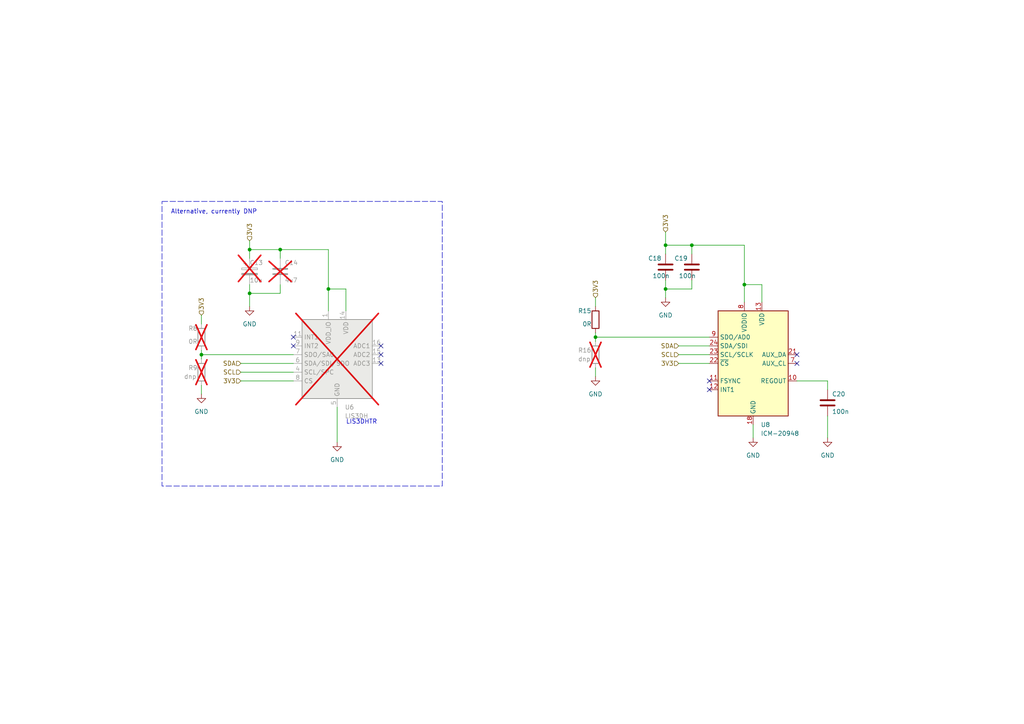
<source format=kicad_sch>
(kicad_sch (version 20231120) (generator "eeschema") (generator_version "8.0")
  (paper "A4")
  (lib_symbols
    (symbol "Device:C" (pin_numbers hide) (pin_names (offset 0.254))
      (property "Reference" "C" (at 0.635 2.54 0))
      (property "Value" "C" (at 0.635 -2.54 0))
      (symbol "C_0_1"
        (polyline (pts (xy -2.032 -0.762) (xy 2.032 -0.762)) (stroke (width 0.508)))
        (polyline (pts (xy -2.032 0.762) (xy 2.032 0.762)) (stroke (width 0.508)))
      )
      (symbol "C_1_1"
        (pin passive line (at 0 3.81 270) (length 2.794) (name "~") (number "1"))
        (pin passive line (at 0 -3.81 90) (length 2.794) (name "~") (number "2"))
      )
    )
    (symbol "Device:C_Polarized" (pin_numbers hide) (pin_names (offset 0.254))
      (property "Reference" "C" (at 0.635 2.54 0))
      (property "Value" "C_Polarized" (at 0.635 -2.54 0))
      (symbol "C_Polarized_0_1"
        (rectangle (start -2.286 0.508) (end 2.286 1.016))
        (polyline (pts (xy -1.778 2.286) (xy -0.762 2.286)))
        (polyline (pts (xy -1.27 2.794) (xy -1.27 1.778)))
        (rectangle (start 2.286 -0.508) (end -2.286 -1.016) (fill (type outline)))
      )
      (symbol "C_Polarized_1_1"
        (pin passive line (at 0 3.81 270) (length 2.794) (name "~") (number "1"))
        (pin passive line (at 0 -3.81 90) (length 2.794) (name "~") (number "2"))
      )
    )
    (symbol "Device:R" (pin_numbers hide) (pin_names (offset 0))
      (property "Reference" "R" (at 2.032 0 90))
      (property "Value" "R" (at 0 0 90))
      (symbol "R_0_1"
        (rectangle (start -1.016 -2.54) (end 1.016 2.54) (stroke (width 0.254)))
      )
      (symbol "R_1_1"
        (pin passive line (at 0 3.81 270) (length 1.27) (name "~") (number "1"))
        (pin passive line (at 0 -3.81 90) (length 1.27) (name "~") (number "2"))
      )
    )
    (symbol "Sensor_Motion:ICM-20948"
      (property "Reference" "U" (at -11.43 16.51 0))
      (property "Value" "ICM-20948" (at 7.62 -16.51 0))
      (symbol "ICM-20948_0_1"
        (rectangle (start -10.16 15.24) (end 10.16 -15.24) (stroke (width 0.254)) (fill (type background)))
      )
      (symbol "ICM-20948_1_1"
        (pin no_connect line (at -10.16 12.7 0) (length 2.54) hide (name "NC") (number "1"))
        (pin passive line (at 12.7 -5.08 180) (length 2.54) (name "REGOUT") (number "10"))
        (pin input line (at -12.7 -5.08 0) (length 2.54) (name "FSYNC") (number "11"))
        (pin output line (at -12.7 -7.62 0) (length 2.54) (name "INT1") (number "12"))
        (pin power_in line (at 2.54 17.78 270) (length 2.54) (name "VDD") (number "13"))
        (pin no_connect line (at 10.16 7.62 180) (length 2.54) hide (name "NC") (number "14"))
        (pin no_connect line (at 10.16 5.08 180) (length 2.54) hide (name "NC") (number "15"))
        (pin no_connect line (at 10.16 -7.62 180) (length 2.54) hide (name "NC") (number "16"))
        (pin no_connect line (at 10.16 -10.16 180) (length 2.54) hide (name "NC") (number "17"))
        (pin power_in line (at 0 -17.78 90) (length 2.54) (name "GND") (number "18"))
        (pin no_connect line (at 10.16 -12.7 180) (length 2.54) hide (name "RESV") (number "19"))
        (pin no_connect line (at -10.16 10.16 0) (length 2.54) hide (name "NC") (number "2"))
        (pin passive line (at 0 -17.78 90) (length 2.54) hide (name "GND") (number "20"))
        (pin bidirectional line (at 12.7 2.54 180) (length 2.54) (name "AUX_DA") (number "21"))
        (pin input line (at -12.7 0 0) (length 2.54) (name "~{CS}") (number "22"))
        (pin input line (at -12.7 2.54 0) (length 2.54) (name "SCL/SCLK") (number "23"))
        (pin bidirectional line (at -12.7 5.08 0) (length 2.54) (name "SDA/SDI") (number "24"))
        (pin no_connect line (at -10.16 -2.54 0) (length 2.54) hide (name "NC") (number "3"))
        (pin no_connect line (at -10.16 -10.16 0) (length 2.54) hide (name "NC") (number "4"))
        (pin no_connect line (at -10.16 -12.7 0) (length 2.54) hide (name "NC") (number "5"))
        (pin no_connect line (at 10.16 10.16 180) (length 2.54) hide (name "NC") (number "6"))
        (pin output line (at 12.7 0 180) (length 2.54) (name "AUX_CL") (number "7"))
        (pin power_in line (at -2.54 17.78 270) (length 2.54) (name "VDDIO") (number "8"))
        (pin bidirectional line (at -12.7 7.62 0) (length 2.54) (name "SDO/AD0") (number "9"))
      )
    )
    (symbol "Sensor_Motion:LIS3DH"
      (property "Reference" "U" (at -7.62 11.43 0))
      (property "Value" "LIS3DH" (at 6.35 11.43 0))
      (symbol "LIS3DH_0_1"
        (rectangle (start -10.16 10.16) (end 10.16 -12.7) (stroke (width 0.254)) (fill (type background)))
      )
      (symbol "LIS3DH_1_1"
        (pin power_in line (at -2.54 12.7 270) (length 2.54) (name "VDD_IO") (number "1"))
        (pin passive line (at 0 -15.24 90) (length 2.54) hide (name "GND") (number "10"))
        (pin output line (at -12.7 5.08 0) (length 2.54) (name "INT1") (number "11"))
        (pin passive line (at 0 -15.24 90) (length 2.54) hide (name "GND") (number "12"))
        (pin input line (at 12.7 -2.54 180) (length 2.54) (name "ADC3") (number "13"))
        (pin power_in line (at 2.54 12.7 270) (length 2.54) (name "VDD") (number "14"))
        (pin input line (at 12.7 0 180) (length 2.54) (name "ADC2") (number "15"))
        (pin input line (at 12.7 2.54 180) (length 2.54) (name "ADC1") (number "16"))
        (pin no_connect line (at 10.16 5.08 180) (length 2.54) hide (name "NC") (number "2"))
        (pin no_connect line (at 10.16 7.62 180) (length 2.54) hide (name "NC") (number "3"))
        (pin input line (at -12.7 -5.08 0) (length 2.54) (name "SCL/SPC") (number "4"))
        (pin power_in line (at 0 -15.24 90) (length 2.54) (name "GND") (number "5"))
        (pin bidirectional line (at -12.7 -2.54 0) (length 2.54) (name "SDA/SDI/SDO") (number "6"))
        (pin bidirectional line (at -12.7 0 0) (length 2.54) (name "SDO/SA0") (number "7"))
        (pin input line (at -12.7 -7.62 0) (length 2.54) (name "CS") (number "8"))
        (pin output line (at -12.7 2.54 0) (length 2.54) (name "INT2") (number "9"))
      )
    )
    (symbol "power:GND" (power) (pin_names (offset 0))
      (property "Value" "GND" (at 0 -3.81 0))
      (symbol "GND_0_1"
        (polyline (pts (xy 0 0) (xy 0 -1.27) (xy 1.27 -1.27) (xy 0 -2.54) (xy -1.27 -1.27) (xy 0 -1.27)))
      )
      (symbol "GND_1_1"
        (pin power_in line (at 0 0 270) (length 0) hide (name "GND") (number "1"))
      )
    )
  )
  (junction (at 81.28 72.39))
  (junction (at 58.42 102.87))
  (junction (at 193.04 83.82))
  (junction (at 215.9 82.55))
  (junction (at 193.04 71.12))
  (junction (at 72.39 72.39))
  (junction (at 200.66 71.12))
  (junction (at 72.39 85.09))
  (junction (at 95.25 83.82))
  (junction (at 172.72 97.79))
  (no_connect (at 85.09 97.79))
  (no_connect (at 231.14 102.87))
  (no_connect (at 110.49 105.41))
  (no_connect (at 110.49 100.33))
  (no_connect (at 205.74 110.49))
  (no_connect (at 110.49 102.87))
  (no_connect (at 85.09 100.33))
  (no_connect (at 205.74 113.03))
  (no_connect (at 231.14 105.41))
  (wire (pts (xy 172.72 96.52) (xy 172.72 97.79)))
  (wire (pts (xy 172.72 86.36) (xy 172.72 88.9)))
  (wire (pts (xy 58.42 91.44) (xy 58.42 93.98)))
  (wire (pts (xy 69.85 107.95) (xy 85.09 107.95)))
  (wire (pts (xy 196.85 105.41) (xy 205.74 105.41)))
  (wire (pts (xy 196.85 102.87) (xy 205.74 102.87)))
  (wire (pts (xy 193.04 81.28) (xy 193.04 83.82)))
  (wire (pts (xy 95.25 72.39) (xy 95.25 83.82)))
  (wire (pts (xy 58.42 104.14) (xy 58.42 102.87)))
  (wire (pts (xy 95.25 83.82) (xy 95.25 90.17)))
  (wire (pts (xy 58.42 101.6) (xy 58.42 102.87)))
  (wire (pts (xy 215.9 82.55) (xy 215.9 71.12)))
  (wire (pts (xy 200.66 81.28) (xy 200.66 83.82)))
  (wire (pts (xy 81.28 82.55) (xy 81.28 85.09)))
  (wire (pts (xy 220.98 87.63) (xy 220.98 82.55)))
  (wire (pts (xy 240.03 113.03) (xy 240.03 110.49)))
  (wire (pts (xy 200.66 71.12) (xy 193.04 71.12)))
  (wire (pts (xy 218.44 123.19) (xy 218.44 127)))
  (wire (pts (xy 95.25 83.82) (xy 100.33 83.82)))
  (wire (pts (xy 200.66 83.82) (xy 193.04 83.82)))
  (wire (pts (xy 69.85 105.41) (xy 85.09 105.41)))
  (wire (pts (xy 95.25 72.39) (xy 81.28 72.39)))
  (wire (pts (xy 172.72 106.68) (xy 172.72 109.22)))
  (wire (pts (xy 72.39 72.39) (xy 72.39 74.93)))
  (wire (pts (xy 97.79 118.11) (xy 97.79 128.27)))
  (wire (pts (xy 193.04 67.31) (xy 193.04 71.12)))
  (wire (pts (xy 193.04 83.82) (xy 193.04 86.36)))
  (wire (pts (xy 69.85 110.49) (xy 85.09 110.49)))
  (wire (pts (xy 72.39 85.09) (xy 81.28 85.09)))
  (wire (pts (xy 193.04 71.12) (xy 193.04 73.66)))
  (wire (pts (xy 72.39 82.55) (xy 72.39 85.09)))
  (wire (pts (xy 58.42 111.76) (xy 58.42 114.3)))
  (wire (pts (xy 172.72 97.79) (xy 172.72 99.06)))
  (wire (pts (xy 220.98 82.55) (xy 215.9 82.55)))
  (wire (pts (xy 215.9 82.55) (xy 215.9 87.63)))
  (wire (pts (xy 58.42 102.87) (xy 85.09 102.87)))
  (wire (pts (xy 81.28 74.93) (xy 81.28 72.39)))
  (wire (pts (xy 240.03 120.65) (xy 240.03 127)))
  (wire (pts (xy 172.72 97.79) (xy 205.74 97.79)))
  (wire (pts (xy 72.39 85.09) (xy 72.39 88.9)))
  (wire (pts (xy 100.33 83.82) (xy 100.33 90.17)))
  (wire (pts (xy 200.66 73.66) (xy 200.66 71.12)))
  (wire (pts (xy 240.03 110.49) (xy 231.14 110.49)))
  (wire (pts (xy 72.39 72.39) (xy 81.28 72.39)))
  (wire (pts (xy 196.85 100.33) (xy 205.74 100.33)))
  (wire (pts (xy 72.39 69.85) (xy 72.39 72.39)))
  (wire (pts (xy 215.9 71.12) (xy 200.66 71.12)))
  (rectangle (start 46.99 58.42) (end 128.27 140.97) (stroke (width 0) (type dash)))
  (text "LIS3DHTR" (at 100.33 123.19 0) (effects (font (size 1.27 1.27)) (justify left bottom)))
  (text "Alternative, currently DNP" (at 49.53 62.23 0) (effects (font (size 1.27 1.27)) (justify left bottom)))
  (hierarchical_label "SCL" (shape input) (at 196.85 102.87 180))
  (hierarchical_label "3V3" (shape input) (at 58.42 91.44 90))
  (hierarchical_label "3V3" (shape input) (at 72.39 69.85 90))
  (hierarchical_label "3V3" (shape input) (at 172.72 86.36 90))
  (hierarchical_label "3V3" (shape input) (at 193.04 67.31 90))
  (hierarchical_label "3V3" (shape input) (at 196.85 105.41 180))
  (hierarchical_label "SDA" (shape input) (at 69.85 105.41 180))
  (hierarchical_label "3V3" (shape input) (at 69.85 110.49 180))
  (hierarchical_label "SDA" (shape input) (at 196.85 100.33 180))
  (hierarchical_label "SCL" (shape input) (at 69.85 107.95 180))
  (symbol (lib_id "Device:C_Polarized") (at 72.39 78.74 0) (unit 1) (in_bom no) (on_board no) (dnp yes)
    (property "Reference" "C13" (at 72.39 76.2 0) (effects (justify left)))
    (property "Value" "10u" (at 72.39 81.28 0) (effects (justify left)))
    (property "Footprint" "Capacitor_SMD:C_0603_1608Metric_Pad1.08x0.95mm_HandSolder" (effects (hide yes)))
  )
  (symbol (lib_id "power:GND") (at 97.79 128.27 0) (unit 1)
    (property "Reference" "#PWR014" (effects (hide yes)))
    (property "Value" "GND" (at 97.79 133.35 0))
  )
  (symbol (lib_id "Sensor_Motion:ICM-20948") (at 218.44 105.41 0) (unit 1)
    (property "Reference" "U8" (at 220.6341 123.19 0) (effects (justify left)))
    (property "Value" "ICM-20948" (at 220.6341 125.73 0) (effects (justify left)))
    (property "Footprint" "Sensor_Motion:InvenSense_QFN-24_3x3mm_P0.4mm" (effects (hide yes)))
    (property "Datasheet" "http://www.invensense.com/wp-content/uploads/2016/06/DS-000189-ICM-20948-v1.3.pdf" (effects (hide yes)))
  )
  (symbol (lib_id "Device:C") (at 81.28 78.74 0) (unit 1) (in_bom no) (on_board no) (dnp yes)
    (property "Reference" "C14" (at 82.55 76.2 0) (effects (justify left)))
    (property "Value" "4u7" (at 82.55 81.28 0) (effects (justify left)))
    (property "Footprint" "Capacitor_SMD:C_0603_1608Metric_Pad1.08x0.95mm_HandSolder" (effects (hide yes)))
  )
  (symbol (lib_id "power:GND") (at 72.39 88.9 0) (unit 1)
    (property "Reference" "#PWR015" (effects (hide yes)))
    (property "Value" "GND" (at 72.39 93.98 0))
  )
  (symbol (lib_id "Device:R") (at 58.42 97.79 0) (unit 1) (in_bom no) (on_board no) (dnp yes)
    (property "Reference" "R8" (at 54.61 95.25 0) (effects (justify left)))
    (property "Value" "0R" (at 54.61 99.06 0) (effects (justify left)))
    (property "Footprint" "Resistor_SMD:R_0402_1005Metric_Pad0.72x0.64mm_HandSolder" (effects (hide yes)))
  )
  (symbol (lib_id "Device:C") (at 240.03 116.84 0) (unit 1)
    (property "Reference" "C20" (at 241.3 114.3 0) (effects (justify left)))
    (property "Value" "100n" (at 241.3 119.38 0) (effects (justify left)))
    (property "Footprint" "Capacitor_SMD:C_0603_1608Metric_Pad1.08x0.95mm_HandSolder" (effects (hide yes)))
  )
  (symbol (lib_id "Device:C") (at 193.04 77.47 0) (unit 1)
    (property "Reference" "C18" (at 187.96 74.93 0) (effects (justify left)))
    (property "Value" "100n" (at 189.23 80.01 0) (effects (justify left)))
    (property "Footprint" "Capacitor_SMD:C_0603_1608Metric_Pad1.08x0.95mm_HandSolder" (effects (hide yes)))
  )
  (symbol (lib_id "power:GND") (at 58.42 114.3 0) (unit 1)
    (property "Reference" "#PWR013" (effects (hide yes)))
    (property "Value" "GND" (at 58.42 119.38 0))
  )
  (symbol (lib_id "power:GND") (at 240.03 127 0) (unit 1)
    (property "Reference" "#PWR021" (effects (hide yes)))
    (property "Value" "GND" (at 240.03 132.08 0))
  )
  (symbol (lib_id "Sensor_Motion:LIS3DH") (at 97.79 102.87 0) (unit 1) (in_bom no) (on_board no) (dnp yes)
    (property "Reference" "U6" (at 99.9841 118.11 0) (effects (justify left)))
    (property "Value" "LIS3DH" (at 99.9841 120.65 0) (effects (justify left)))
    (property "Footprint" "Package_LGA:LGA-16_3x3mm_P0.5mm_LayoutBorder3x5y" (effects (hide yes)))
    (property "Datasheet" "https://www.st.com/resource/en/datasheet/cd00274221.pdf" (effects (hide yes)))
  )
  (symbol (lib_id "power:GND") (at 193.04 86.36 0) (unit 1)
    (property "Reference" "#PWR020" (effects (hide yes)))
    (property "Value" "GND" (at 193.04 91.44 0))
  )
  (symbol (lib_id "power:GND") (at 172.72 109.22 0) (unit 1)
    (property "Reference" "#PWR023" (effects (hide yes)))
    (property "Value" "GND" (at 172.72 114.3 0))
  )
  (symbol (lib_id "Device:R") (at 172.72 92.71 0) (unit 1)
    (property "Reference" "R15" (at 167.64 90.17 0) (effects (justify left)))
    (property "Value" "0R" (at 168.91 93.98 0) (effects (justify left)))
    (property "Footprint" "Resistor_SMD:R_0402_1005Metric_Pad0.72x0.64mm_HandSolder" (effects (hide yes)))
  )
  (symbol (lib_id "Device:R") (at 172.72 102.87 0) (unit 1) (dnp yes)
    (property "Reference" "R16" (at 167.64 101.6 0) (effects (justify left)))
    (property "Value" "dnp" (at 167.64 104.14 0) (effects (justify left)))
    (property "Footprint" "Resistor_SMD:R_0402_1005Metric_Pad0.72x0.64mm_HandSolder" (effects (hide yes)))
  )
  (symbol (lib_id "Device:R") (at 58.42 107.95 0) (unit 1) (in_bom no) (on_board no) (dnp yes)
    (property "Reference" "R9" (at 54.61 106.68 0) (effects (justify left)))
    (property "Value" "dnp" (at 53.34 109.22 0) (effects (justify left)))
    (property "Footprint" "Resistor_SMD:R_0402_1005Metric_Pad0.72x0.64mm_HandSolder" (effects (hide yes)))
  )
  (symbol (lib_id "Device:C") (at 200.66 77.47 0) (unit 1)
    (property "Reference" "C19" (at 195.58 74.93 0) (effects (justify left)))
    (property "Value" "100n" (at 196.85 80.01 0) (effects (justify left)))
    (property "Footprint" "Capacitor_SMD:C_0603_1608Metric_Pad1.08x0.95mm_HandSolder" (effects (hide yes)))
  )
  (symbol (lib_id "power:GND") (at 218.44 127 0) (unit 1)
    (property "Reference" "#PWR022" (effects (hide yes)))
    (property "Value" "GND" (at 218.44 132.08 0))
  )
)
</source>
